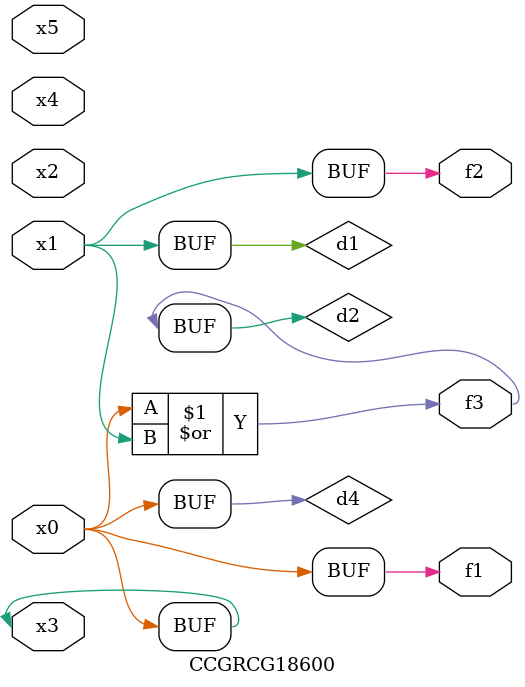
<source format=v>
module CCGRCG18600(
	input x0, x1, x2, x3, x4, x5,
	output f1, f2, f3
);

	wire d1, d2, d3, d4;

	and (d1, x1);
	or (d2, x0, x1);
	nand (d3, x0, x5);
	buf (d4, x0, x3);
	assign f1 = d4;
	assign f2 = d1;
	assign f3 = d2;
endmodule

</source>
